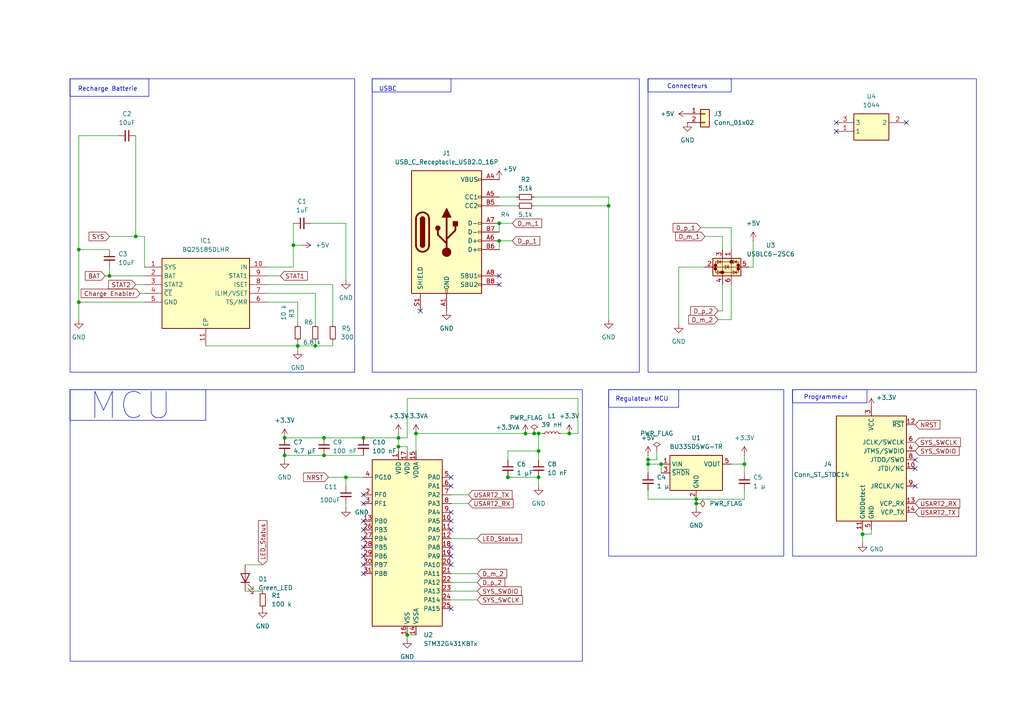
<source format=kicad_sch>
(kicad_sch (version 20231120) (generator "eeschema") (generator_version "8.0")
  (paper "A4")
  (title_block (title "PCB : Batterie Veste Lumineuse") (company "ENSEA") (comment 1 "Clément Servaes") (comment 2 "Léonard Navizet"))
  (lib_symbols
    (symbol "1044:1044"
      (property "Reference" "U" (at 16.51 7.62 0))
      (property "Value" "1044" (at 16.51 5.08 0))
      (symbol "1044_1_1"
        (rectangle (start 5.08 2.54) (end 15.24 -5.08) (stroke (width 0.254)) (fill (type background)))
        (pin passive line (at 0 -2.54 0) (length 5.08) (name "1") (number "1"))
        (pin passive line (at 20.32 0 180) (length 5.08) (name "2") (number "2"))
        (pin passive line (at 0 0 0) (length 5.08) (name "3") (number "3"))
      )
    )
    (symbol "BQ25185DLHR:BQ25185DLHR"
      (property "Reference" "IC" (at 31.75 7.62 0))
      (property "Value" "BQ25185DLHR" (at 31.75 5.08 0))
      (symbol "BQ25185DLHR_1_1"
        (rectangle (start 5.08 2.54) (end 30.48 -17.78) (stroke (width 0.254)) (fill (type background)))
        (pin passive line (at 0 0 0) (length 5.08) (name "SYS") (number "1"))
        (pin passive line (at 35.56 0 180) (length 5.08) (name "IN") (number "10"))
        (pin passive line (at 17.78 -22.86 90) (length 5.08) (name "EP") (number "11"))
        (pin passive line (at 0 -2.54 0) (length 5.08) (name "BAT") (number "2"))
        (pin passive line (at 0 -5.08 0) (length 5.08) (name "STAT2") (number "3"))
        (pin passive line (at 0 -7.62 0) (length 5.08) (name "~{CE}") (number "4"))
        (pin passive line (at 0 -10.16 0) (length 5.08) (name "GND") (number "5"))
        (pin passive line (at 35.56 -10.16 180) (length 5.08) (name "TS/MR") (number "6"))
        (pin passive line (at 35.56 -7.62 180) (length 5.08) (name "ILIM/VSET") (number "7"))
        (pin passive line (at 35.56 -5.08 180) (length 5.08) (name "ISET") (number "8"))
        (pin passive line (at 35.56 -2.54 180) (length 5.08) (name "STAT1") (number "9"))
      )
    )
    (symbol "Connector:Conn_ST_STDC14"
      (property "Reference" "J" (at -8.89 16.51 0))
      (property "Value" "Conn_ST_STDC14" (at 17.78 16.51 0))
      (symbol "Conn_ST_STDC14_0_1"
        (rectangle (start -10.16 15.24) (end 10.16 -15.24) (stroke (width 0.254)) (fill (type background)))
      )
      (symbol "Conn_ST_STDC14_1_1"
        (pin no_connect line (at -10.16 5.08 0) (length 2.54) hide (name "NC") (number "1"))
        (pin output line (at 12.7 0 180) (length 2.54) (name "JTDI/NC") (number "10"))
        (pin passive line (at -2.54 -17.78 90) (length 2.54) (name "GNDDetect") (number "11"))
        (pin open_collector line (at 12.7 12.7 180) (length 2.54) (name "~{RST}") (number "12"))
        (pin output line (at 12.7 -10.16 180) (length 2.54) (name "VCP_RX") (number "13"))
        (pin input line (at 12.7 -12.7 180) (length 2.54) (name "VCP_TX") (number "14"))
        (pin no_connect line (at -10.16 2.54 0) (length 2.54) hide (name "NC") (number "2"))
        (pin power_in line (at 0 17.78 270) (length 2.54) (name "VCC") (number "3"))
        (pin bidirectional line (at 12.7 5.08 180) (length 2.54) (name "JTMS/SWDIO") (number "4"))
        (pin power_in line (at 0 -17.78 90) (length 2.54) (name "GND") (number "5"))
        (pin output line (at 12.7 7.62 180) (length 2.54) (name "JCLK/SWCLK") (number "6"))
        (pin passive line (at 0 -17.78 90) (length 2.54) hide (name "GND") (number "7"))
        (pin input line (at 12.7 2.54 180) (length 2.54) (name "JTDO/SWO") (number "8"))
        (pin input line (at 12.7 -5.08 180) (length 2.54) (name "JRCLK/NC") (number "9"))
      )
    )
    (symbol "Connector:USB_C_Receptacle_USB2.0_16P" (pin_names (offset 1.016))
      (property "Reference" "J" (at 0 22.225 0))
      (property "Value" "USB_C_Receptacle_USB2.0_16P" (at 0 19.685 0))
      (symbol "USB_C_Receptacle_USB2.0_16P_0_0"
        (rectangle (start -0.254 -17.78) (end 0.254 -16.764))
        (rectangle (start 10.16 -14.986) (end 9.144 -15.494))
        (rectangle (start 10.16 -12.446) (end 9.144 -12.954))
        (rectangle (start 10.16 -4.826) (end 9.144 -5.334))
        (rectangle (start 10.16 -2.286) (end 9.144 -2.794))
        (rectangle (start 10.16 0.254) (end 9.144 -0.254))
        (rectangle (start 10.16 2.794) (end 9.144 2.286))
        (rectangle (start 10.16 7.874) (end 9.144 7.366))
        (rectangle (start 10.16 10.414) (end 9.144 9.906))
        (rectangle (start 10.16 15.494) (end 9.144 14.986))
      )
      (symbol "USB_C_Receptacle_USB2.0_16P_0_1"
        (rectangle (start -10.16 17.78) (end 10.16 -17.78) (stroke (width 0.254)) (fill (type background)))
        (arc (start -8.89 -3.81) (mid -6.985 -5.7067) (end -5.08 -3.81) (stroke (width 0.508)))
        (arc (start -7.62 -3.81) (mid -6.985 -4.4423) (end -6.35 -3.81) (stroke (width 0.254)))
        (arc (start -7.62 -3.81) (mid -6.985 -4.4423) (end -6.35 -3.81) (stroke (width 0.254)) (fill (type outline)))
        (rectangle (start -7.62 -3.81) (end -6.35 3.81) (stroke (width 0.254)) (fill (type outline)))
        (arc (start -6.35 3.81) (mid -6.985 4.4423) (end -7.62 3.81) (stroke (width 0.254)))
        (arc (start -6.35 3.81) (mid -6.985 4.4423) (end -7.62 3.81) (stroke (width 0.254)) (fill (type outline)))
        (arc (start -5.08 3.81) (mid -6.985 5.7067) (end -8.89 3.81) (stroke (width 0.508)))
        (circle (center -2.54 1.143) (radius 0.635) (stroke (width 0.254)) (fill (type outline)))
        (circle (center 0 -5.842) (radius 1.27) (fill (type outline)))
        (polyline (pts (xy -8.89 -3.81) (xy -8.89 3.81)) (stroke (width 0.508)))
        (polyline (pts (xy -5.08 3.81) (xy -5.08 -3.81)) (stroke (width 0.508)))
        (polyline (pts (xy 0 -5.842) (xy 0 4.318)) (stroke (width 0.508)))
        (polyline (pts (xy 0 -3.302) (xy -2.54 -0.762) (xy -2.54 0.508)) (stroke (width 0.508)))
        (polyline (pts (xy 0 -2.032) (xy 2.54 0.508) (xy 2.54 1.778)) (stroke (width 0.508)))
        (polyline (pts (xy -1.27 4.318) (xy 0 6.858) (xy 1.27 4.318) (xy -1.27 4.318)) (stroke (width 0.254)) (fill (type outline)))
        (rectangle (start 1.905 1.778) (end 3.175 3.048) (stroke (width 0.254)) (fill (type outline)))
      )
      (symbol "USB_C_Receptacle_USB2.0_16P_1_1"
        (pin passive line (at 0 -22.86 90) (length 5.08) (name "GND") (number "A1"))
        (pin passive line (at 0 -22.86 90) (length 5.08) hide (name "GND") (number "A12"))
        (pin passive line (at 15.24 15.24 180) (length 5.08) (name "VBUS") (number "A4"))
        (pin bidirectional line (at 15.24 10.16 180) (length 5.08) (name "CC1") (number "A5"))
        (pin bidirectional line (at 15.24 -2.54 180) (length 5.08) (name "D+") (number "A6"))
        (pin bidirectional line (at 15.24 2.54 180) (length 5.08) (name "D-") (number "A7"))
        (pin bidirectional line (at 15.24 -12.7 180) (length 5.08) (name "SBU1") (number "A8"))
        (pin passive line (at 15.24 15.24 180) (length 5.08) hide (name "VBUS") (number "A9"))
        (pin passive line (at 0 -22.86 90) (length 5.08) hide (name "GND") (number "B1"))
        (pin passive line (at 0 -22.86 90) (length 5.08) hide (name "GND") (number "B12"))
        (pin passive line (at 15.24 15.24 180) (length 5.08) hide (name "VBUS") (number "B4"))
        (pin bidirectional line (at 15.24 7.62 180) (length 5.08) (name "CC2") (number "B5"))
        (pin bidirectional line (at 15.24 -5.08 180) (length 5.08) (name "D+") (number "B6"))
        (pin bidirectional line (at 15.24 0 180) (length 5.08) (name "D-") (number "B7"))
        (pin bidirectional line (at 15.24 -15.24 180) (length 5.08) (name "SBU2") (number "B8"))
        (pin passive line (at 15.24 15.24 180) (length 5.08) hide (name "VBUS") (number "B9"))
        (pin passive line (at -7.62 -22.86 90) (length 5.08) (name "SHIELD") (number "S1"))
      )
    )
    (symbol "Connector_Generic:Conn_01x02" (pin_names (offset 1.016) hide)
      (property "Reference" "J" (at 0 2.54 0))
      (property "Value" "Conn_01x02" (at 0 -5.08 0))
      (symbol "Conn_01x02_1_1"
        (rectangle (start -1.27 -2.413) (end 0 -2.667) (stroke (width 0.1524)))
        (rectangle (start -1.27 0.127) (end 0 -0.127) (stroke (width 0.1524)))
        (rectangle (start -1.27 1.27) (end 1.27 -3.81) (stroke (width 0.254)) (fill (type background)))
        (pin passive line (at -5.08 0 0) (length 3.81) (name "Pin_1") (number "1"))
        (pin passive line (at -5.08 -2.54 0) (length 3.81) (name "Pin_2") (number "2"))
      )
    )
    (symbol "Device:C_Small" (pin_numbers hide) (pin_names (offset 0.254) hide)
      (property "Reference" "C" (at 0.254 1.778 0))
      (property "Value" "C_Small" (at 0.254 -2.032 0))
      (symbol "C_Small_0_1"
        (polyline (pts (xy -1.524 -0.508) (xy 1.524 -0.508)) (stroke (width 0.3302)))
        (polyline (pts (xy -1.524 0.508) (xy 1.524 0.508)) (stroke (width 0.3048)))
      )
      (symbol "C_Small_1_1"
        (pin passive line (at 0 2.54 270) (length 2.032) (name "~") (number "1"))
        (pin passive line (at 0 -2.54 90) (length 2.032) (name "~") (number "2"))
      )
    )
    (symbol "Device:LED" (pin_numbers hide) (pin_names (offset 1.016) hide)
      (property "Reference" "D" (at -2.54 0 90))
      (property "Value" "LED" (at 2.54 0 90))
      (symbol "LED_0_1"
        (polyline (pts (xy 0 -1.27) (xy 0 1.27)))
        (polyline (pts (xy 1.27 -1.27) (xy -1.27 -1.27)) (stroke (width 0.254)))
        (polyline (pts (xy 1.27 1.27) (xy -1.27 1.27) (xy 0 -1.27) (xy 1.27 1.27)) (stroke (width 0.254)))
        (polyline (pts (xy 0.762 -3.048) (xy 2.286 -4.572) (xy 2.286 -3.81) (xy 2.286 -4.572) (xy 1.524 -4.572)))
        (polyline (pts (xy 0.762 -1.778) (xy 2.286 -3.302) (xy 2.286 -2.54) (xy 2.286 -3.302) (xy 1.524 -3.302)))
      )
      (symbol "LED_1_1"
        (pin passive line (at 0 -3.81 90) (length 2.54) (name "K") (number "1"))
        (pin passive line (at 0 3.81 270) (length 2.54) (name "A") (number "2"))
      )
    )
    (symbol "Device:L_Small" (pin_numbers hide) (pin_names (offset 0.254) hide)
      (property "Reference" "L" (at 16.764 -3.048 90))
      (property "Value" "L_Small" (at 18.796 -3.048 90))
      (symbol "L_Small_0_1"
        (arc (start 16.764 -3.81) (mid 16.256 -3.3042) (end 15.748 -3.81))
        (arc (start 17.78 -3.81) (mid 17.272 -3.3042) (end 16.764 -3.81))
        (arc (start 18.796 -3.81) (mid 18.288 -3.3042) (end 17.78 -3.81))
        (arc (start 19.812 -3.81) (mid 19.304 -3.3042) (end 18.796 -3.81))
      )
      (symbol "L_Small_1_1"
        (pin passive line (at 15.24 -3.81 0) (length 0.508) (name "~") (number "1"))
        (pin passive line (at 20.32 -3.81 180) (length 0.508) (name "~") (number "2"))
      )
    )
    (symbol "Device:R_Small" (pin_numbers hide) (pin_names (offset 0.254) hide)
      (property "Reference" "R" (at 0.762 0.508 0))
      (property "Value" "R_Small" (at 0.762 -1.016 0))
      (symbol "R_Small_0_1"
        (rectangle (start -0.762 1.778) (end 0.762 -1.778) (stroke (width 0.2032)))
      )
      (symbol "R_Small_1_1"
        (pin passive line (at 0 2.54 270) (length 0.762) (name "~") (number "1"))
        (pin passive line (at 0 -2.54 90) (length 0.762) (name "~") (number "2"))
      )
    )
    (symbol "MCU_ST_STM32G4:STM32G431KBTx"
      (property "Reference" "U" (at -10.16 26.67 0))
      (property "Value" "STM32G431KBTx" (at 5.08 26.67 0))
      (symbol "STM32G431KBTx_0_1"
        (rectangle (start -10.16 -22.86) (end 10.16 25.4) (stroke (width 0.254)) (fill (type background)))
      )
      (symbol "STM32G431KBTx_1_1"
        (pin power_in line (at -2.54 27.94 270) (length 2.54) (name "VDD") (number "1"))
        (pin bidirectional line (at 12.7 7.62 180) (length 2.54) (name "PA5") (number "10"))
        (pin bidirectional line (at 12.7 5.08 180) (length 2.54) (name "PA6") (number "11"))
        (pin bidirectional line (at 12.7 2.54 180) (length 2.54) (name "PA7") (number "12"))
        (pin bidirectional line (at -12.7 7.62 0) (length 2.54) (name "PB0") (number "13"))
        (pin power_in line (at 2.54 -25.4 90) (length 2.54) (name "VSSA") (number "14"))
        (pin power_in line (at 2.54 27.94 270) (length 2.54) (name "VDDA") (number "15"))
        (pin power_in line (at 0 -25.4 90) (length 2.54) (name "VSS") (number "16"))
        (pin power_in line (at 0 27.94 270) (length 2.54) (name "VDD") (number "17"))
        (pin bidirectional line (at 12.7 0 180) (length 2.54) (name "PA8") (number "18"))
        (pin bidirectional line (at 12.7 -2.54 180) (length 2.54) (name "PA9") (number "19"))
        (pin bidirectional line (at -12.7 15.24 0) (length 2.54) (name "PF0") (number "2"))
        (pin bidirectional line (at 12.7 -5.08 180) (length 2.54) (name "PA10") (number "20"))
        (pin bidirectional line (at 12.7 -7.62 180) (length 2.54) (name "PA11") (number "21"))
        (pin bidirectional line (at 12.7 -10.16 180) (length 2.54) (name "PA12") (number "22"))
        (pin bidirectional line (at 12.7 -12.7 180) (length 2.54) (name "PA13") (number "23"))
        (pin bidirectional line (at 12.7 -15.24 180) (length 2.54) (name "PA14") (number "24"))
        (pin bidirectional line (at 12.7 -17.78 180) (length 2.54) (name "PA15") (number "25"))
        (pin bidirectional line (at -12.7 5.08 0) (length 2.54) (name "PB3") (number "26"))
        (pin bidirectional line (at -12.7 2.54 0) (length 2.54) (name "PB4") (number "27"))
        (pin bidirectional line (at -12.7 0 0) (length 2.54) (name "PB5") (number "28"))
        (pin bidirectional line (at -12.7 -2.54 0) (length 2.54) (name "PB6") (number "29"))
        (pin bidirectional line (at -12.7 12.7 0) (length 2.54) (name "PF1") (number "3"))
        (pin bidirectional line (at -12.7 -5.08 0) (length 2.54) (name "PB7") (number "30"))
        (pin bidirectional line (at -12.7 -7.62 0) (length 2.54) (name "PB8") (number "31"))
        (pin passive line (at 0 -25.4 90) (length 2.54) hide (name "VSS") (number "32"))
        (pin bidirectional line (at -12.7 20.32 0) (length 2.54) (name "PG10") (number "4"))
        (pin bidirectional line (at 12.7 20.32 180) (length 2.54) (name "PA0") (number "5"))
        (pin bidirectional line (at 12.7 17.78 180) (length 2.54) (name "PA1") (number "6"))
        (pin bidirectional line (at 12.7 15.24 180) (length 2.54) (name "PA2") (number "7"))
        (pin bidirectional line (at 12.7 12.7 180) (length 2.54) (name "PA3") (number "8"))
        (pin bidirectional line (at 12.7 10.16 180) (length 2.54) (name "PA4") (number "9"))
      )
    )
    (symbol "Power_Protection:USBLC6-2SC6" (pin_names hide)
      (property "Reference" "U" (at 0.635 5.715 0))
      (property "Value" "USBLC6-2SC6" (at 0.635 3.81 0))
      (symbol "USBLC6-2SC6_0_0"
        (circle (center -1.524 0) (radius 0.0001) (stroke (width 0.508)))
        (circle (center -0.508 -4.572) (radius 0.0001) (stroke (width 0.508)))
        (circle (center -0.508 2.032) (radius 0.0001) (stroke (width 0.508)))
        (circle (center 0.508 -4.572) (radius 0.0001) (stroke (width 0.508)))
        (circle (center 0.508 2.032) (radius 0.0001) (stroke (width 0.508)))
        (circle (center 1.524 -2.54) (radius 0.0001) (stroke (width 0.508)))
      )
      (symbol "USBLC6-2SC6_0_1"
        (polyline (pts (xy -2.54 -2.54) (xy 2.54 -2.54)))
        (polyline (pts (xy -2.54 0) (xy 2.54 0)))
        (polyline (pts (xy -2.032 -3.048) (xy -1.016 -3.048)))
        (polyline (pts (xy -1.016 1.524) (xy -2.032 1.524)))
        (polyline (pts (xy 1.016 -3.048) (xy 2.032 -3.048)))
        (polyline (pts (xy 1.016 1.524) (xy 2.032 1.524)))
        (polyline (pts (xy -0.508 -1.143) (xy -0.508 -0.762) (xy 0.508 -0.762)))
        (polyline (pts (xy -2.032 0.508) (xy -1.016 0.508) (xy -1.524 1.524) (xy -2.032 0.508)))
        (polyline (pts (xy -1.016 -4.064) (xy -2.032 -4.064) (xy -1.524 -3.048) (xy -1.016 -4.064)))
        (polyline (pts (xy 0.508 -1.778) (xy -0.508 -1.778) (xy 0 -0.762) (xy 0.508 -1.778)))
        (polyline (pts (xy 2.032 -4.064) (xy 1.016 -4.064) (xy 1.524 -3.048) (xy 2.032 -4.064)))
        (polyline (pts (xy 2.032 0.508) (xy 1.016 0.508) (xy 1.524 1.524) (xy 2.032 0.508)))
        (polyline (pts (xy 0 2.54) (xy -0.508 2.032) (xy 0.508 2.032) (xy 0 1.524) (xy 0 -4.064) (xy -0.508 -4.572) (xy 0.508 -4.572) (xy 0 -5.08)))
      )
      (symbol "USBLC6-2SC6_1_1"
        (rectangle (start -2.54 2.794) (end 2.54 -5.334) (stroke (width 0.254)) (fill (type background)))
        (polyline (pts (xy -0.508 2.032) (xy -1.524 2.032) (xy -1.524 -4.572) (xy -0.508 -4.572)))
        (polyline (pts (xy 0.508 -4.572) (xy 1.524 -4.572) (xy 1.524 2.032) (xy 0.508 2.032)))
        (pin passive line (at -5.08 0 0) (length 2.54) (name "I/O1") (number "1"))
        (pin passive line (at 0 -7.62 90) (length 2.54) (name "GND") (number "2"))
        (pin passive line (at -5.08 -2.54 0) (length 2.54) (name "I/O2") (number "3"))
        (pin passive line (at 5.08 -2.54 180) (length 2.54) (name "I/O2") (number "4"))
        (pin passive line (at 0 5.08 270) (length 2.54) (name "VBUS") (number "5"))
        (pin passive line (at 5.08 0 180) (length 2.54) (name "I/O1") (number "6"))
      )
    )
    (symbol "Regulator_Linear:MCP1802x-xx02xOT"
      (property "Reference" "U" (at -6.35 6.35 0))
      (property "Value" "MCP1802x-xx02xOT" (at 0 6.35 0))
      (symbol "MCP1802x-xx02xOT_0_1"
        (rectangle (start -7.62 5.08) (end 7.62 -5.08) (stroke (width 0.254)) (fill (type background)))
      )
      (symbol "MCP1802x-xx02xOT_1_1"
        (pin power_in line (at -10.16 2.54 0) (length 2.54) (name "VIN") (number "1"))
        (pin power_in line (at 0 -7.62 90) (length 2.54) (name "GND") (number "2"))
        (pin input line (at -10.16 0 0) (length 2.54) (name "~{SHDN}") (number "3"))
        (pin no_connect line (at 7.62 0 180) (length 2.54) hide (name "NC") (number "4"))
        (pin power_out line (at 10.16 2.54 180) (length 2.54) (name "VOUT") (number "5"))
      )
    )
    (symbol "power:+3.3V" (power) (pin_numbers hide) (pin_names (offset 0) hide)
      (property "Value" "+3.3V" (at 0 3.556 0))
      (symbol "+3.3V_0_1"
        (polyline (pts (xy -0.762 1.27) (xy 0 2.54)))
        (polyline (pts (xy 0 0) (xy 0 2.54)))
        (polyline (pts (xy 0 2.54) (xy 0.762 1.27)))
      )
      (symbol "+3.3V_1_1"
        (pin power_in line (at 0 0 90) (length 0) (name "~") (number "1"))
      )
    )
    (symbol "power:+3.3VA" (power) (pin_numbers hide) (pin_names (offset 0) hide)
      (property "Value" "+3.3VA" (at 0 3.556 0))
      (symbol "+3.3VA_0_1"
        (polyline (pts (xy -0.762 1.27) (xy 0 2.54)))
        (polyline (pts (xy 0 0) (xy 0 2.54)))
        (polyline (pts (xy 0 2.54) (xy 0.762 1.27)))
      )
      (symbol "+3.3VA_1_1"
        (pin power_in line (at 0 0 90) (length 0) (name "~") (number "1"))
      )
    )
    (symbol "power:+5V" (power) (pin_numbers hide) (pin_names (offset 0) hide)
      (property "Value" "+5V" (at 0 3.556 0))
      (symbol "+5V_0_1"
        (polyline (pts (xy -0.762 1.27) (xy 0 2.54)))
        (polyline (pts (xy 0 0) (xy 0 2.54)))
        (polyline (pts (xy 0 2.54) (xy 0.762 1.27)))
      )
      (symbol "+5V_1_1"
        (pin power_in line (at 0 0 90) (length 0) (name "~") (number "1"))
      )
    )
    (symbol "power:GND" (power) (pin_numbers hide) (pin_names (offset 0) hide)
      (property "Value" "GND" (at 0 -3.81 0))
      (symbol "GND_0_1"
        (polyline (pts (xy 0 0) (xy 0 -1.27) (xy 1.27 -1.27) (xy 0 -2.54) (xy -1.27 -1.27) (xy 0 -1.27)))
      )
      (symbol "GND_1_1"
        (pin power_in line (at 0 0 270) (length 0) (name "~") (number "1"))
      )
    )
    (symbol "power:PWR_FLAG" (power) (pin_numbers hide) (pin_names (offset 0) hide)
      (property "Value" "PWR_FLAG" (at 0 3.81 0))
      (symbol "PWR_FLAG_0_0"
        (pin power_out line (at 0 0 90) (length 0) (name "~") (number "1"))
      )
      (symbol "PWR_FLAG_0_1"
        (polyline (pts (xy 0 0) (xy 0 1.27) (xy -1.016 1.905) (xy 0 2.54) (xy 1.016 1.905) (xy 0 1.27)))
      )
    )
  )
  (junction (at 201.93 144.78))
  (junction (at 156.21 125.73))
  (junction (at 93.98 127))
  (junction (at 100.33 138.43))
  (junction (at 154.94 125.73))
  (junction (at 191.77 134.62))
  (junction (at 152.4 125.73))
  (junction (at 22.86 87.63))
  (junction (at 120.65 125.73))
  (junction (at 250.19 154.94))
  (junction (at 93.98 132.08))
  (junction (at 144.78 64.77))
  (junction (at 176.53 59.69))
  (junction (at 187.96 133.35))
  (junction (at 156.21 138.43))
  (junction (at 187.96 134.62))
  (junction (at 86.36 100.33))
  (junction (at 201.93 146.05))
  (junction (at 31.75 80.01))
  (junction (at 144.78 69.85))
  (junction (at 91.44 100.33))
  (junction (at 156.21 130.81))
  (junction (at 39.37 68.58))
  (junction (at 82.55 127))
  (junction (at 165.1 125.73))
  (junction (at 105.41 127))
  (junction (at 82.55 132.08))
  (junction (at 115.57 127))
  (junction (at 85.09 71.12))
  (junction (at 115.57 129.54))
  (junction (at 147.32 138.43))
  (junction (at 22.86 72.39))
  (junction (at 215.9 134.62))
  (junction (at 118.11 184.15))
  (no_connect (at 130.81 151.13))
  (no_connect (at 105.41 146.05))
  (no_connect (at 105.41 151.13))
  (no_connect (at 105.41 163.83))
  (no_connect (at 262.89 35.56))
  (no_connect (at 105.41 156.21))
  (no_connect (at 242.57 38.1))
  (no_connect (at 144.78 80.01))
  (no_connect (at 130.81 148.59))
  (no_connect (at 105.41 153.67))
  (no_connect (at 242.57 35.56))
  (no_connect (at 130.81 161.29))
  (no_connect (at 130.81 153.67))
  (no_connect (at 121.92 90.17))
  (no_connect (at 130.81 176.53))
  (no_connect (at 105.41 166.37))
  (no_connect (at 130.81 140.97))
  (no_connect (at 105.41 143.51))
  (no_connect (at 265.43 135.89))
  (no_connect (at 105.41 158.75))
  (no_connect (at 130.81 163.83))
  (no_connect (at 130.81 158.75))
  (no_connect (at 130.81 138.43))
  (no_connect (at 265.43 140.97))
  (no_connect (at 105.41 161.29))
  (no_connect (at 144.78 82.55))
  (no_connect (at 265.43 133.35))
  (wire (pts (xy 120.65 125.73) (xy 152.4 125.73)))
  (wire (pts (xy 130.81 171.45) (xy 138.43 171.45)))
  (wire (pts (xy 130.81 168.91) (xy 138.43 168.91)))
  (wire (pts (xy 130.81 173.99) (xy 138.43 173.99)))
  (wire (pts (xy 86.36 87.63) (xy 86.36 93.98)))
  (wire (pts (xy 77.47 77.47) (xy 85.09 77.47)))
  (wire (pts (xy 77.47 80.01) (xy 81.28 80.01)))
  (wire (pts (xy 190.5 130.81) (xy 190.5 133.35)))
  (wire (pts (xy 212.09 92.71) (xy 208.28 92.71)))
  (wire (pts (xy 191.77 134.62) (xy 187.96 134.62)))
  (wire (pts (xy 187.96 144.78) (xy 187.96 142.24)))
  (wire (pts (xy 212.09 82.55) (xy 212.09 92.71)))
  (wire (pts (xy 39.37 68.58) (xy 41.91 68.58)))
  (wire (pts (xy 118.11 129.54) (xy 118.11 130.81)))
  (wire (pts (xy 204.47 77.47) (xy 196.85 77.47)))
  (wire (pts (xy 118.11 127) (xy 115.57 127)))
  (wire (pts (xy 209.55 72.39) (xy 209.55 68.58)))
  (wire (pts (xy 144.78 69.85) (xy 148.59 69.85)))
  (wire (pts (xy 96.52 100.33) (xy 91.44 100.33)))
  (wire (pts (xy 85.09 77.47) (xy 85.09 71.12)))
  (wire (pts (xy 91.44 100.33) (xy 86.36 100.33)))
  (wire (pts (xy 59.69 100.33) (xy 86.36 100.33)))
  (wire (pts (xy 250.19 153.67) (xy 250.19 154.94)))
  (wire (pts (xy 138.43 156.21) (xy 130.81 156.21)))
  (wire (pts (xy 215.9 144.78) (xy 201.93 144.78)))
  (wire (pts (xy 144.78 59.69) (xy 149.86 59.69)))
  (wire (pts (xy 187.96 134.62) (xy 187.96 137.16)))
  (wire (pts (xy 154.94 57.15) (xy 176.53 57.15)))
  (wire (pts (xy 218.44 77.47) (xy 217.17 77.47)))
  (wire (pts (xy 22.86 39.37) (xy 22.86 72.39)))
  (wire (pts (xy 91.44 85.09) (xy 91.44 93.98)))
  (wire (pts (xy 203.2 66.04) (xy 212.09 66.04)))
  (wire (pts (xy 130.81 143.51) (xy 135.89 143.51)))
  (wire (pts (xy 115.57 129.54) (xy 118.11 129.54)))
  (wire (pts (xy 93.98 132.08) (xy 105.41 132.08)))
  (wire (pts (xy 215.9 132.08) (xy 215.9 134.62)))
  (wire (pts (xy 82.55 132.08) (xy 82.55 133.35)))
  (wire (pts (xy 87.63 71.12) (xy 85.09 71.12)))
  (wire (pts (xy 82.55 132.08) (xy 93.98 132.08)))
  (wire (pts (xy 208.28 90.17) (xy 209.55 90.17)))
  (wire (pts (xy 82.55 127) (xy 93.98 127)))
  (wire (pts (xy 218.44 69.85) (xy 218.44 77.47)))
  (wire (pts (xy 176.53 57.15) (xy 176.53 59.69)))
  (wire (pts (xy 120.65 125.73) (xy 120.65 130.81)))
  (wire (pts (xy 100.33 138.43) (xy 105.41 138.43)))
  (wire (pts (xy 176.53 59.69) (xy 176.53 92.71)))
  (wire (pts (xy 22.86 72.39) (xy 31.75 72.39)))
  (wire (pts (xy 93.98 127) (xy 105.41 127)))
  (wire (pts (xy 31.75 68.58) (xy 39.37 68.58)))
  (wire (pts (xy 95.25 138.43) (xy 100.33 138.43)))
  (wire (pts (xy 30.48 80.01) (xy 31.75 80.01)))
  (wire (pts (xy 215.9 142.24) (xy 215.9 144.78)))
  (wire (pts (xy 156.21 138.43) (xy 156.21 140.97)))
  (wire (pts (xy 154.94 59.69) (xy 176.53 59.69)))
  (wire (pts (xy 147.32 137.16) (xy 147.32 138.43)))
  (wire (pts (xy 130.81 166.37) (xy 138.43 166.37)))
  (wire (pts (xy 100.33 146.05) (xy 100.33 147.32)))
  (wire (pts (xy 31.75 80.01) (xy 41.91 80.01)))
  (wire (pts (xy 215.9 134.62) (xy 212.09 134.62)))
  (wire (pts (xy 39.37 82.55) (xy 41.91 82.55)))
  (wire (pts (xy 22.86 87.63) (xy 41.91 87.63)))
  (wire (pts (xy 165.1 125.73) (xy 167.64 125.73)))
  (wire (pts (xy 156.21 133.35) (xy 156.21 130.81)))
  (wire (pts (xy 162.56 125.73) (xy 165.1 125.73)))
  (wire (pts (xy 118.11 184.15) (xy 120.65 184.15)))
  (wire (pts (xy 77.47 82.55) (xy 96.52 82.55)))
  (wire (pts (xy 71.12 163.83) (xy 76.2 163.83)))
  (wire (pts (xy 115.57 127) (xy 115.57 129.54)))
  (wire (pts (xy 100.33 81.28) (xy 100.33 64.77)))
  (wire (pts (xy 118.11 184.15) (xy 118.11 185.42)))
  (wire (pts (xy 144.78 64.77) (xy 144.78 67.31)))
  (wire (pts (xy 86.36 87.63) (xy 77.47 87.63)))
  (wire (pts (xy 115.57 129.54) (xy 115.57 130.81)))
  (wire (pts (xy 156.21 130.81) (xy 156.21 125.73)))
  (wire (pts (xy 212.09 66.04) (xy 212.09 72.39)))
  (wire (pts (xy 144.78 69.85) (xy 144.78 72.39)))
  (wire (pts (xy 154.94 125.73) (xy 156.21 125.73)))
  (wire (pts (xy 118.11 115.57) (xy 118.11 127)))
  (wire (pts (xy 201.93 147.32) (xy 201.93 146.05)))
  (wire (pts (xy 187.96 132.08) (xy 187.96 133.35)))
  (wire (pts (xy 86.36 100.33) (xy 86.36 101.6)))
  (wire (pts (xy 91.44 99.06) (xy 91.44 100.33)))
  (wire (pts (xy 147.32 138.43) (xy 156.21 138.43)))
  (wire (pts (xy 115.57 125.73) (xy 115.57 127)))
  (wire (pts (xy 22.86 72.39) (xy 22.86 87.63)))
  (wire (pts (xy 191.77 134.62) (xy 191.77 137.16)))
  (wire (pts (xy 22.86 39.37) (xy 34.29 39.37)))
  (wire (pts (xy 96.52 82.55) (xy 96.52 93.98)))
  (wire (pts (xy 201.93 144.78) (xy 187.96 144.78)))
  (wire (pts (xy 86.36 99.06) (xy 86.36 100.33)))
  (wire (pts (xy 144.78 57.15) (xy 149.86 57.15)))
  (wire (pts (xy 167.64 115.57) (xy 118.11 115.57)))
  (wire (pts (xy 187.96 133.35) (xy 187.96 134.62)))
  (wire (pts (xy 252.73 153.67) (xy 252.73 154.94)))
  (wire (pts (xy 209.55 68.58) (xy 204.47 68.58)))
  (wire (pts (xy 105.41 127) (xy 115.57 127)))
  (wire (pts (xy 31.75 77.47) (xy 31.75 80.01)))
  (wire (pts (xy 252.73 154.94) (xy 250.19 154.94)))
  (wire (pts (xy 22.86 92.71) (xy 22.86 87.63)))
  (wire (pts (xy 215.9 134.62) (xy 215.9 137.16)))
  (wire (pts (xy 40.64 85.09) (xy 41.91 85.09)))
  (wire (pts (xy 190.5 133.35) (xy 187.96 133.35)))
  (wire (pts (xy 130.81 146.05) (xy 135.89 146.05)))
  (wire (pts (xy 39.37 39.37) (xy 39.37 68.58)))
  (wire (pts (xy 209.55 90.17) (xy 209.55 82.55)))
  (wire (pts (xy 71.12 171.45) (xy 76.2 171.45)))
  (wire (pts (xy 156.21 130.81) (xy 147.32 130.81)))
  (wire (pts (xy 201.93 146.05) (xy 201.93 144.78)))
  (wire (pts (xy 77.47 85.09) (xy 91.44 85.09)))
  (wire (pts (xy 148.59 64.77) (xy 144.78 64.77)))
  (wire (pts (xy 147.32 130.81) (xy 147.32 133.35)))
  (wire (pts (xy 100.33 64.77) (xy 90.17 64.77)))
  (wire (pts (xy 196.85 77.47) (xy 196.85 93.98)))
  (wire (pts (xy 41.91 68.58) (xy 41.91 77.47)))
  (wire (pts (xy 85.09 71.12) (xy 85.09 64.77)))
  (wire (pts (xy 250.19 154.94) (xy 250.19 157.48)))
  (wire (pts (xy 96.52 99.06) (xy 96.52 100.33)))
  (wire (pts (xy 157.48 125.73) (xy 156.21 125.73)))
  (wire (pts (xy 100.33 138.43) (xy 100.33 140.97)))
  (wire (pts (xy 152.4 125.73) (xy 154.94 125.73)))
  (wire (pts (xy 167.64 125.73) (xy 167.64 115.57)))
  (rectangle (start 229.87 113.03) (end 283.21 161.29))
  (rectangle (start 107.95 22.86) (end 130.81 26.67))
  (rectangle (start 187.96 22.86) (end 212.09 26.67))
  (rectangle (start 176.53 113.03) (end 196.85 118.11))
  (rectangle (start 176.53 113.03) (end 227.33 161.29))
  (rectangle (start 107.95 22.86) (end 185.42 107.95))
  (rectangle (start 20.32 113.03) (end 59.69 121.92))
  (rectangle (start 20.32 113.03) (end 168.91 191.77))
  (rectangle (start 229.87 113.03) (end 251.46 116.84))
  (rectangle (start 187.96 22.86) (end 283.21 107.95))
  (rectangle (start 20.32 22.86) (end 102.87 107.95))
  (rectangle (start 20.32 22.86) (end 43.18 27.94))
  (text "MCU\n" (at 37.846 117.856 0) (effects (font (size 7.62 7.62))))
  (text "Recharge Batterie" (at 31.242 25.908 0) (effects (font (size 1.27 1.27))))
  (text "Programmeur\n" (at 239.522 115.316 0) (effects (font (size 1.27 1.27))))
  (text "USBC" (at 112.522 25.908 0) (effects (font (size 1.27 1.27))))
  (text "Connecteurs\n" (at 199.39 25.146 0) (effects (font (size 1.27 1.27))))
  (text "Regulateur MCU\n" (at 186.182 115.824 0) (effects (font (size 1.27 1.27))))
  (global_label "LED_Status" (shape input) (at 76.2 163.83 90) (property "Intersheetrefs" "${INTERSHEET_REFS}" (effects (hide yes))))
  (global_label "NRST" (shape input) (at 265.43 123.19 0) (property "Intersheetrefs" "${INTERSHEET_REFS}" (effects (hide yes))))
  (global_label "USART2_RX" (shape input) (at 265.43 146.05 0) (property "Intersheetrefs" "${INTERSHEET_REFS}" (effects (hide yes))))
  (global_label "D_m_1" (shape input) (at 204.47 68.58 180) (property "Intersheetrefs" "${INTERSHEET_REFS}" (effects (hide yes))))
  (global_label "D_m_2" (shape input) (at 208.28 92.71 180) (property "Intersheetrefs" "${INTERSHEET_REFS}" (effects (hide yes))))
  (global_label "D_p_1" (shape input) (at 203.2 66.04 180) (property "Intersheetrefs" "${INTERSHEET_REFS}" (effects (hide yes))))
  (global_label "SYS_SWCLK" (shape input) (at 138.43 173.99 0) (property "Intersheetrefs" "${INTERSHEET_REFS}" (effects (hide yes))))
  (global_label "D_p_2" (shape input) (at 138.43 168.91 0) (property "Intersheetrefs" "${INTERSHEET_REFS}" (effects (hide yes))))
  (global_label "LED_Status" (shape input) (at 138.43 156.21 0) (property "Intersheetrefs" "${INTERSHEET_REFS}" (effects (hide yes))))
  (global_label "SYS_SWDIO" (shape input) (at 265.43 130.81 0) (property "Intersheetrefs" "${INTERSHEET_REFS}" (effects (hide yes))))
  (global_label "D_p_2" (shape input) (at 208.28 90.17 180) (property "Intersheetrefs" "${INTERSHEET_REFS}" (effects (hide yes))))
  (global_label "NRST" (shape input) (at 95.25 138.43 180) (property "Intersheetrefs" "${INTERSHEET_REFS}" (effects (hide yes))))
  (global_label "STAT1" (shape input) (at 81.28 80.01 0) (property "Intersheetrefs" "${INTERSHEET_REFS}" (effects (hide yes))))
  (global_label "D_m_1" (shape input) (at 148.59 64.77 0) (property "Intersheetrefs" "${INTERSHEET_REFS}" (effects (hide yes))))
  (global_label "BAT" (shape input) (at 30.48 80.01 180) (property "Intersheetrefs" "${INTERSHEET_REFS}" (effects (hide yes))))
  (global_label "USART2_RX" (shape input) (at 135.89 146.05 0) (property "Intersheetrefs" "${INTERSHEET_REFS}" (effects (hide yes))))
  (global_label "SYS_SWCLK" (shape input) (at 265.43 128.27 0) (property "Intersheetrefs" "${INTERSHEET_REFS}" (effects (hide yes))))
  (global_label "USART2_TX" (shape input) (at 265.43 148.59 0) (property "Intersheetrefs" "${INTERSHEET_REFS}" (effects (hide yes))))
  (global_label "SYS" (shape input) (at 31.75 68.58 180) (property "Intersheetrefs" "${INTERSHEET_REFS}" (effects (hide yes))))
  (global_label "D_p_1" (shape input) (at 148.59 69.85 0) (property "Intersheetrefs" "${INTERSHEET_REFS}" (effects (hide yes))))
  (global_label "STAT2" (shape input) (at 39.37 82.55 180) (property "Intersheetrefs" "${INTERSHEET_REFS}" (effects (hide yes))))
  (global_label "Charge Enabler" (shape input) (at 40.64 85.09 180) (property "Intersheetrefs" "${INTERSHEET_REFS}" (effects (hide yes))))
  (global_label "USART2_TX" (shape input) (at 135.89 143.51 0) (property "Intersheetrefs" "${INTERSHEET_REFS}" (effects (hide yes))))
  (global_label "D_m_2" (shape input) (at 138.43 166.37 0) (property "Intersheetrefs" "${INTERSHEET_REFS}" (effects (hide yes))))
  (global_label "SYS_SWDIO" (shape input) (at 138.43 171.45 0) (property "Intersheetrefs" "${INTERSHEET_REFS}" (effects (hide yes))))
  (symbol (lib_id "power:PWR_FLAG") (at 190.5 130.81 0) (unit 1)
    (property "Reference" "#FLG01" (effects (hide yes)))
    (property "Value" "PWR_FLAG" (at 190.5 125.73 0))
    (property "Description" "Special symbol for telling ERC where power comes from" (effects (hide yes)))
  )
  (symbol (lib_id "Power_Protection:USBLC6-2SC6") (at 212.09 77.47 270) (unit 1)
    (property "Reference" "U3" (at 223.52 71.1514 90))
    (property "Value" "USBLC6-2SC6" (at 223.52 73.6914 90))
    (property "Footprint" "Package_TO_SOT_SMD:SOT-23-6" (effects (hide yes)))
    (property "Datasheet" "https://www.st.com/resource/en/datasheet/usblc6-2.pdf" (effects (hide yes)))
    (property "Description" "Very low capacitance ESD protection diode, 2 data-line, SOT-23-6" (effects (hide yes)))
  )
  (symbol (lib_id "Device:C_Small") (at 100.33 143.51 0) (unit 1)
    (property "Reference" "C11" (at 93.98 141.224 0) (effects (justify left)))
    (property "Value" "100uF" (at 92.71 145.034 0) (effects (justify left)))
    (property "Footprint" "Capacitor_SMD:C_0603_1608Metric_Pad1.08x0.95mm_HandSolder" (effects (hide yes)))
    (property "Description" "Unpolarized capacitor, small symbol" (effects (hide yes)))
  )
  (symbol (lib_id "power:GND") (at 129.54 90.17 0) (unit 1)
    (property "Reference" "#PWR018" (effects (hide yes)))
    (property "Value" "GND" (at 129.54 95.25 0))
    (property "Description" "Power symbol creates a global label with name \"GND\" , ground" (effects (hide yes)))
  )
  (symbol (lib_id "Device:C_Small") (at 156.21 135.89 0) (unit 1)
    (property "Reference" "C8" (at 158.75 134.6262 0) (effects (justify left)))
    (property "Value" "10 nF" (at 158.75 137.1662 0) (effects (justify left)))
    (property "Footprint" "Capacitor_SMD:C_0603_1608Metric_Pad1.08x0.95mm_HandSolder" (effects (hide yes)))
    (property "Description" "Unpolarized capacitor, small symbol" (effects (hide yes)))
  )
  (symbol (lib_id "MCU_ST_STM32G4:STM32G431KBTx") (at 118.11 158.75 0) (unit 1)
    (property "Reference" "U2" (at 122.8441 184.15 0) (effects (justify left)))
    (property "Value" "STM32G431KBTx" (at 122.8441 186.69 0) (effects (justify left)))
    (property "Footprint" "Package_QFP:LQFP-32_7x7mm_P0.8mm" (effects (hide yes)))
    (property "Datasheet" "https://www.st.com/resource/en/datasheet/stm32g431kb.pdf" (effects (hide yes)))
    (property "Description" "STMicroelectronics Arm Cortex-M4 MCU, 128KB flash, 32KB RAM, 170 MHz, 1.71-3.6V, 26 GPIO, LQFP32" (effects (hide yes)))
  )
  (symbol (lib_id "Device:C_Small") (at 87.63 64.77 90) (unit 1)
    (property "Reference" "C1" (at 87.6363 58.42 90))
    (property "Value" "1uF" (at 87.6363 60.96 90))
    (property "Footprint" "Capacitor_SMD:C_0603_1608Metric_Pad1.08x0.95mm_HandSolder" (effects (hide yes)))
    (property "Description" "Unpolarized capacitor, small symbol" (effects (hide yes)))
  )
  (symbol (lib_id "power:+3.3V") (at 115.57 125.73 0) (unit 1)
    (property "Reference" "#PWR014" (effects (hide yes)))
    (property "Value" "+3.3V" (at 115.57 120.65 0))
    (property "Description" "Power symbol creates a global label with name \"+3.3V\"" (effects (hide yes)))
  )
  (symbol (lib_id "power:GND") (at 82.55 133.35 0) (unit 1)
    (property "Reference" "#PWR07" (effects (hide yes)))
    (property "Value" "GND" (at 82.55 138.43 0))
    (property "Description" "Power symbol creates a global label with name \"GND\" , ground" (effects (hide yes)))
  )
  (symbol (lib_id "power:+3.3V") (at 252.73 118.11 0) (unit 1)
    (property "Reference" "#PWR013" (effects (hide yes)))
    (property "Value" "+3.3V" (at 257.048 115.316 0))
    (property "Description" "Power symbol creates a global label with name \"+3.3V\"" (effects (hide yes)))
  )
  (symbol (lib_id "Connector:Conn_ST_STDC14") (at 252.73 135.89 0) (unit 1)
    (property "Reference" "J4" (at 241.3 134.6199 0) (effects (justify right)))
    (property "Value" "Conn_ST_STDC14" (at 246.38 137.668 0) (effects (justify right)))
    (property "Footprint" "Connector_PinHeader_1.27mm:PinHeader_2x07_P1.27mm_Vertical_SMD" (effects (hide yes)))
    (property "Datasheet" "https://www.st.com/content/ccc/resource/technical/document/user_manual/group1/99/49/91/b6/b2/3a/46/e5/DM00526767/files/DM00526767.pdf/jcr:content/translations/en.DM00526767.pdf" (effects (hide yes)))
    (property "Description" "ST Debug Connector, standard ARM Cortex-M SWD and JTAG interface plus UART" (effects (hide yes)))
  )
  (symbol (lib_id "power:+5V") (at 87.63 71.12 270) (unit 1)
    (property "Reference" "#PWR024" (effects (hide yes)))
    (property "Value" "+5V" (at 91.44 71.1199 90) (effects (justify left)))
    (property "Description" "Power symbol creates a global label with name \"+5V\"" (effects (hide yes)))
  )
  (symbol (lib_id "power:GND") (at 250.19 157.48 0) (unit 1)
    (property "Reference" "#PWR012" (effects (hide yes)))
    (property "Value" "GND" (at 254.254 159.258 0))
    (property "Description" "Power symbol creates a global label with name \"GND\" , ground" (effects (hide yes)))
  )
  (symbol (lib_id "BQ25185DLHR:BQ25185DLHR") (at 41.91 77.47 0) (unit 1)
    (property "Reference" "IC1" (at 59.69 69.85 0))
    (property "Value" "BQ25185DLHR" (at 59.69 72.39 0))
    (property "Footprint" "Package_SON:WSON-10-1EP_2.5x2.5mm_P0.5mm_EP1.2x2mm" (effects (hide yes)))
    (property "Datasheet" "https://www.ti.com/lit/ds/symlink/bq25185.pdf?ts=1706857561339&ref_url=https%253A%252F%252Fwww.ti.com%252Fproduct%252FBQ25185" (effects (hide yes)))
    (property "Description" "Battery Management NPI  1-CELL 1A STANDALONE LNR HRGR" (effects (hide yes)))
    (property "Height" "0.8" (effects (hide yes)))
    (property "Manufacturer_Name" "Texas Instruments" (effects (hide yes)))
    (property "Manufacturer_Part_Number" "BQ25185DLHR" (effects (hide yes)))
    (property "Mouser Part Number" "595-BQ25185DLHR" (effects (hide yes)))
    (property "Mouser Price/Stock" "https://www.mouser.co.uk/ProductDetail/Texas-Instruments/BQ25185DLHR?qs=Z%252BL2brAPG1IbO%2FV3RqsaPw%3D%3D" (effects (hide yes)))
  )
  (symbol (lib_id "power:GND") (at 100.33 147.32 0) (unit 1)
    (property "Reference" "#PWR019" (effects (hide yes)))
    (property "Value" "GND" (at 102.87 148.5899 0) (effects (justify left)))
    (property "Description" "Power symbol creates a global label with name \"GND\" , ground" (effects (hide yes)))
  )
  (symbol (lib_id "power:+5V") (at 218.44 69.85 0) (unit 1)
    (property "Reference" "#PWR026" (effects (hide yes)))
    (property "Value" "+5V" (at 218.44 64.77 0))
    (property "Description" "Power symbol creates a global label with name \"+5V\"" (effects (hide yes)))
  )
  (symbol (lib_id "power:+3.3VA") (at 152.4 125.73 0) (unit 1)
    (property "Reference" "#PWR08" (effects (hide yes)))
    (property "Value" "+3.3VA" (at 143.764 123.952 0) (effects (justify left)))
    (property "Description" "Power symbol creates a global label with name \"+3.3VA\"" (effects (hide yes)))
  )
  (symbol (lib_id "power:GND") (at 199.39 35.56 0) (unit 1)
    (property "Reference" "#PWR021" (effects (hide yes)))
    (property "Value" "GND" (at 199.39 40.64 0))
    (property "Description" "Power symbol creates a global label with name \"GND\" , ground" (effects (hide yes)))
  )
  (symbol (lib_id "Device:C_Small") (at 147.32 135.89 0) (unit 1)
    (property "Reference" "C6" (at 149.86 134.6262 0) (effects (justify left)))
    (property "Value" "1 µF" (at 149.86 137.1662 0) (effects (justify left)))
    (property "Footprint" "Capacitor_SMD:C_0603_1608Metric_Pad1.08x0.95mm_HandSolder" (effects (hide yes)))
    (property "Description" "Unpolarized capacitor, small symbol" (effects (hide yes)))
  )
  (symbol (lib_id "power:+5V") (at 199.39 33.02 90) (unit 1)
    (property "Reference" "#PWR020" (effects (hide yes)))
    (property "Value" "+5V" (at 195.58 33.0199 90) (effects (justify left)))
    (property "Description" "Power symbol creates a global label with name \"+5V\"" (effects (hide yes)))
  )
  (symbol (lib_id "power:GND") (at 201.93 147.32 0) (unit 1)
    (property "Reference" "#PWR04" (effects (hide yes)))
    (property "Value" "GND" (at 201.93 152.4 0))
    (property "Description" "Power symbol creates a global label with name \"GND\" , ground" (effects (hide yes)))
  )
  (symbol (lib_id "Device:C_Small") (at 31.75 74.93 0) (mirror y) (unit 1)
    (property "Reference" "C3" (at 34.29 73.6662 0) (effects (justify right)))
    (property "Value" "10uF" (at 34.29 76.2062 0) (effects (justify right)))
    (property "Footprint" "Capacitor_SMD:C_0603_1608Metric_Pad1.08x0.95mm_HandSolder" (effects (hide yes)))
    (property "Description" "Unpolarized capacitor, small symbol" (effects (hide yes)))
  )
  (symbol (lib_id "Device:R_Small") (at 152.4 59.69 270) (mirror x) (unit 1)
    (property "Reference" "R4" (at 146.558 62.23 90))
    (property "Value" "5.1k" (at 152.4 62.23 90))
    (property "Footprint" "Resistor_SMD:R_0603_1608Metric_Pad0.98x0.95mm_HandSolder" (effects (hide yes)))
    (property "Description" "Resistor, small symbol" (effects (hide yes)))
  )
  (symbol (lib_id "power:GND") (at 156.21 140.97 0) (unit 1)
    (property "Reference" "#PWR09" (effects (hide yes)))
    (property "Value" "GND" (at 156.21 146.05 0))
    (property "Description" "Power symbol creates a global label with name \"GND\" , ground" (effects (hide yes)))
  )
  (symbol (lib_id "Device:R_Small") (at 86.36 96.52 0) (unit 1)
    (property "Reference" "R3" (at 84.582 90.932 90))
    (property "Value" "10 k" (at 82.296 90.678 90))
    (property "Footprint" "Resistor_SMD:R_0603_1608Metric_Pad0.98x0.95mm_HandSolder" (effects (hide yes)))
    (property "Description" "Resistor, small symbol" (effects (hide yes)))
  )
  (symbol (lib_id "power:GND") (at 22.86 92.71 0) (mirror y) (unit 1)
    (property "Reference" "#PWR02" (effects (hide yes)))
    (property "Value" "GND" (at 22.86 97.79 0))
    (property "Description" "Power symbol creates a global label with name \"GND\" , ground" (effects (hide yes)))
  )
  (symbol (lib_id "Device:L_Small") (at 142.24 121.92 0) (unit 1)
    (property "Reference" "L1" (at 160.02 120.65 0))
    (property "Value" "39 nH" (at 160.02 123.19 0))
    (property "Footprint" "Inductor_SMD:L_0603_1608Metric_Pad1.05x0.95mm_HandSolder" (effects (hide yes)))
    (property "Description" "Inductor, small symbol" (effects (hide yes)))
  )
  (symbol (lib_id "Device:R_Small") (at 76.2 173.99 0) (unit 1)
    (property "Reference" "R1" (at 78.74 172.7199 0) (effects (justify left)))
    (property "Value" "100 k" (at 78.74 175.2599 0) (effects (justify left)))
    (property "Footprint" "Resistor_SMD:R_0603_1608Metric_Pad0.98x0.95mm_HandSolder" (effects (hide yes)))
    (property "Description" "Resistor, small symbol" (effects (hide yes)))
  )
  (symbol (lib_id "power:+5V") (at 144.78 52.07 0) (unit 1)
    (property "Reference" "#PWR025" (effects (hide yes)))
    (property "Value" "+5V" (at 147.828 49.022 0))
    (property "Description" "Power symbol creates a global label with name \"+5V\"" (effects (hide yes)))
  )
  (symbol (lib_id "Connector:USB_C_Receptacle_USB2.0_16P") (at 129.54 67.31 0) (unit 1)
    (property "Reference" "J1" (at 129.54 44.45 0))
    (property "Value" "USB_C_Receptacle_USB2.0_16P" (at 129.54 46.99 0))
    (property "Footprint" "Connector_USB:USB_C_Receptacle_HCTL_HC-TYPE-C-16P-01A" (effects (hide yes)))
    (property "Datasheet" "https://www.usb.org/sites/default/files/documents/usb_type-c.zip" (effects (hide yes)))
    (property "Description" "USB 2.0-only 16P Type-C Receptacle connector" (effects (hide yes)))
  )
  (symbol (lib_id "power:GND") (at 76.2 176.53 0) (unit 1)
    (property "Reference" "#PWR011" (effects (hide yes)))
    (property "Value" "GND" (at 76.2 181.61 0))
    (property "Description" "Power symbol creates a global label with name \"GND\" , ground" (effects (hide yes)))
  )
  (symbol (lib_id "power:PWR_FLAG") (at 201.93 146.05 270) (unit 1)
    (property "Reference" "#FLG02" (effects (hide yes)))
    (property "Value" "PWR_FLAG" (at 205.74 146.0499 90) (effects (justify left)))
    (property "Description" "Special symbol for telling ERC where power comes from" (effects (hide yes)))
  )
  (symbol (lib_id "Device:C_Small") (at 93.98 129.54 0) (unit 1)
    (property "Reference" "C9" (at 96.52 128.2762 0) (effects (justify left)))
    (property "Value" "100 nF" (at 96.52 130.8162 0) (effects (justify left)))
    (property "Footprint" "Capacitor_SMD:C_0603_1608Metric_Pad1.08x0.95mm_HandSolder" (effects (hide yes)))
    (property "Description" "Unpolarized capacitor, small symbol" (effects (hide yes)))
  )
  (symbol (lib_id "Regulator_Linear:MCP1802x-xx02xOT") (at 201.93 137.16 0) (unit 1)
    (property "Reference" "U1" (at 201.93 127 0))
    (property "Value" "BU33SD5WG-TR" (at 201.93 129.54 0))
    (property "Footprint" "Package_TO_SOT_SMD:SOT-23-5" (effects (hide yes)))
    (property "Datasheet" "http://ww1.microchip.com/downloads/en/DeviceDoc/22053C.pdf" (effects (hide yes)))
    (property "Description" "150mA, Tiny CMOS LDO With Shutdown, Fixed Voltage, SOT-23-5" (effects (hide yes)))
  )
  (symbol (lib_id "Device:C_Small") (at 36.83 39.37 270) (mirror x) (unit 1)
    (property "Reference" "C2" (at 36.8236 33.02 90))
    (property "Value" "10uF" (at 36.8236 35.56 90))
    (property "Footprint" "Capacitor_SMD:C_0603_1608Metric_Pad1.08x0.95mm_HandSolder" (effects (hide yes)))
    (property "Description" "Unpolarized capacitor, small symbol" (effects (hide yes)))
  )
  (symbol (lib_id "power:GND") (at 86.36 101.6 0) (unit 1)
    (property "Reference" "#PWR017" (effects (hide yes)))
    (property "Value" "GND" (at 86.36 106.68 0))
    (property "Description" "Power symbol creates a global label with name \"GND\" , ground" (effects (hide yes)))
  )
  (symbol (lib_id "power:GND") (at 118.11 185.42 0) (unit 1)
    (property "Reference" "#PWR015" (effects (hide yes)))
    (property "Value" "GND" (at 118.11 190.5 0))
    (property "Description" "Power symbol creates a global label with name \"GND\" , ground" (effects (hide yes)))
  )
  (symbol (lib_id "power:GND") (at 100.33 81.28 0) (unit 1)
    (property "Reference" "#PWR01" (effects (hide yes)))
    (property "Value" "GND" (at 100.33 86.36 0))
    (property "Description" "Power symbol creates a global label with name \"GND\" , ground" (effects (hide yes)))
  )
  (symbol (lib_id "power:+5V") (at 187.96 132.08 0) (unit 1)
    (property "Reference" "#PWR03" (effects (hide yes)))
    (property "Value" "+5V" (at 187.96 127 0))
    (property "Description" "Power symbol creates a global label with name \"+5V\"" (effects (hide yes)))
  )
  (symbol (lib_id "power:GND") (at 176.53 92.71 0) (unit 1)
    (property "Reference" "#PWR022" (effects (hide yes)))
    (property "Value" "GND" (at 176.53 97.79 0))
    (property "Description" "Power symbol creates a global label with name \"GND\" , ground" (effects (hide yes)))
  )
  (symbol (lib_id "Device:R_Small") (at 96.52 96.52 0) (unit 1)
    (property "Reference" "R5" (at 99.06 95.2499 0) (effects (justify left)))
    (property "Value" "300" (at 98.806 97.79 0) (effects (justify left)))
    (property "Footprint" "Resistor_SMD:R_0603_1608Metric_Pad0.98x0.95mm_HandSolder" (effects (hide yes)))
    (property "Description" "Resistor, small symbol" (effects (hide yes)))
  )
  (symbol (lib_id "power:+3.3V") (at 165.1 125.73 0) (unit 1)
    (property "Reference" "#PWR010" (effects (hide yes)))
    (property "Value" "+3.3V" (at 165.1 120.65 0))
    (property "Description" "Power symbol creates a global label with name \"+3.3V\"" (effects (hide yes)))
  )
  (symbol (lib_id "power:+3.3VA") (at 120.65 125.73 0) (unit 1)
    (property "Reference" "#PWR016" (effects (hide yes)))
    (property "Value" "+3.3VA" (at 120.65 120.65 0))
    (property "Description" "Power symbol creates a global label with name \"+3.3VA\"" (effects (hide yes)))
  )
  (symbol (lib_id "power:PWR_FLAG") (at 154.94 125.73 0) (unit 1)
    (property "Reference" "#FLG03" (effects (hide yes)))
    (property "Value" "PWR_FLAG" (at 152.654 121.158 0))
    (property "Description" "Special symbol for telling ERC where power comes from" (effects (hide yes)))
  )
  (symbol (lib_id "Device:C_Small") (at 82.55 129.54 0) (unit 1)
    (property "Reference" "C7" (at 85.09 128.2762 0) (effects (justify left)))
    (property "Value" "4.7 µF" (at 85.09 130.8162 0) (effects (justify left)))
    (property "Footprint" "Capacitor_SMD:C_0603_1608Metric_Pad1.08x0.95mm_HandSolder" (effects (hide yes)))
    (property "Description" "Unpolarized capacitor, small symbol" (effects (hide yes)))
  )
  (symbol (lib_id "power:+3.3V") (at 215.9 132.08 0) (unit 1)
    (property "Reference" "#PWR05" (effects (hide yes)))
    (property "Value" "+3.3V" (at 215.9 127 0))
    (property "Description" "Power symbol creates a global label with name \"+3.3V\"" (effects (hide yes)))
  )
  (symbol (lib_id "Device:R_Small") (at 152.4 57.15 90) (unit 1)
    (property "Reference" "R2" (at 152.4 52.07 90))
    (property "Value" "5.1k" (at 152.4 54.61 90))
    (property "Footprint" "Resistor_SMD:R_0603_1608Metric_Pad0.98x0.95mm_HandSolder" (effects (hide yes)))
    (property "Description" "Resistor, small symbol" (effects (hide yes)))
  )
  (symbol (lib_id "Device:R_Small") (at 91.44 96.52 0) (unit 1)
    (property "Reference" "R6" (at 88.138 93.472 0) (effects (justify left)))
    (property "Value" "6.8 k" (at 87.884 99.314 0) (effects (justify left)))
    (property "Footprint" "Resistor_SMD:R_0603_1608Metric_Pad0.98x0.95mm_HandSolder" (effects (hide yes)))
    (property "Description" "Resistor, small symbol" (effects (hide yes)))
  )
  (symbol (lib_id "Device:LED") (at 71.12 167.64 0) (unit 1)
    (property "Reference" "D1" (at 74.93 167.9574 0) (effects (justify left)))
    (property "Value" "Green_LED" (at 74.93 170.4974 0) (effects (justify left)))
    (property "Footprint" "LED_SMD:LED_0603_1608Metric_Pad1.05x0.95mm_HandSolder" (effects (hide yes)))
    (property "Description" "Light emitting diode" (effects (hide yes)))
  )
  (symbol (lib_id "Device:C_Small") (at 215.9 139.7 0) (unit 1)
    (property "Reference" "C5" (at 218.44 138.4362 0) (effects (justify left)))
    (property "Value" "1 µ" (at 218.44 140.9762 0) (effects (justify left)))
    (property "Footprint" "Capacitor_SMD:C_0603_1608Metric_Pad1.08x0.95mm_HandSolder" (effects (hide yes)))
    (property "Description" "Unpolarized capacitor, small symbol" (effects (hide yes)))
  )
  (symbol (lib_id "power:GND") (at 196.85 93.98 0) (unit 1)
    (property "Reference" "#PWR023" (effects (hide yes)))
    (property "Value" "GND" (at 196.85 99.06 0))
    (property "Description" "Power symbol creates a global label with name \"GND\" , ground" (effects (hide yes)))
  )
  (symbol (lib_id "Device:C_Small") (at 105.41 129.54 0) (unit 1)
    (property "Reference" "C10" (at 107.95 128.2762 0) (effects (justify left)))
    (property "Value" "100 nF" (at 107.95 130.8162 0) (effects (justify left)))
    (property "Footprint" "Capacitor_SMD:C_0603_1608Metric_Pad1.08x0.95mm_HandSolder" (effects (hide yes)))
    (property "Description" "Unpolarized capacitor, small symbol" (effects (hide yes)))
  )
  (symbol (lib_id "power:+3.3V") (at 82.55 127 0) (unit 1)
    (property "Reference" "#PWR06" (effects (hide yes)))
    (property "Value" "+3.3V" (at 82.55 121.92 0))
    (property "Description" "Power symbol creates a global label with name \"+3.3V\"" (effects (hide yes)))
  )
  (symbol (lib_id "Connector_Generic:Conn_01x02") (at 204.47 33.02 0) (unit 1)
    (property "Reference" "J3" (at 207.01 33.0199 0) (effects (justify left)))
    (property "Value" "Conn_01x02" (at 207.01 35.5599 0) (effects (justify left)))
    (property "Footprint" "Connector_JST:JST_XH_B2B-XH-A_1x02_P2.50mm_Vertical" (effects (hide yes)))
    (property "Description" "Generic connector, single row, 01x02, script generated (kicad-library-utils/schlib/autogen/connector/)" (effects (hide yes)))
  )
  (symbol (lib_id "1044:1044") (at 242.57 35.56 0) (unit 1)
    (property "Reference" "U4" (at 252.73 27.94 0))
    (property "Value" "1044" (at 252.73 30.48 0))
    (property "Footprint" "1044" (effects (hide yes)))
    (property "Datasheet" "http://www.keyelco.com/product-pdf.cfm?p=14060" (effects (hide yes)))
    (property "Description" "Cylindrical Battery Contacts, Clips, Holders & Springs 18650 SOLDER TAIL BATTERY HOLDER" (effects (hide yes)))
    (property "Height" "14.86" (effects (hide yes)))
    (property "Mouser Part Number" "534-1044" (effects (hide yes)))
    (property "Mouser Price/Stock" "https://www.mouser.co.uk/ProductDetail/Keystone-Electronics/1044?qs=up89fPMRNqDbJ6cCmjKOVA%3D%3D" (effects (hide yes)))
    (property "Manufacturer_Name" "Keystone Electronics" (effects (hide yes)))
    (property "Manufacturer_Part_Number" "1044" (effects (hide yes)))
  )
  (symbol (lib_id "Device:C_Small") (at 187.96 139.7 0) (unit 1)
    (property "Reference" "C4" (at 190.5 138.4362 0) (effects (justify left)))
    (property "Value" "1 µ" (at 190.5 140.9762 0) (effects (justify left)))
    (property "Footprint" "Capacitor_SMD:C_0603_1608Metric_Pad1.08x0.95mm_HandSolder" (effects (hide yes)))
    (property "Description" "Unpolarized capacitor, small symbol" (effects (hide yes)))
  )
)
</source>
